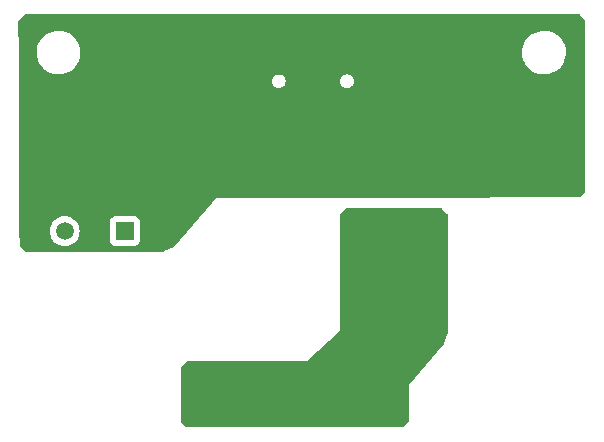
<source format=gbl>
G04 #@! TF.GenerationSoftware,KiCad,Pcbnew,7.0.5*
G04 #@! TF.CreationDate,2024-02-26T21:12:57+02:00*
G04 #@! TF.ProjectId,WTP_receiver,5754505f-7265-4636-9569-7665722e6b69,rev?*
G04 #@! TF.SameCoordinates,Original*
G04 #@! TF.FileFunction,Copper,L2,Bot*
G04 #@! TF.FilePolarity,Positive*
%FSLAX46Y46*%
G04 Gerber Fmt 4.6, Leading zero omitted, Abs format (unit mm)*
G04 Created by KiCad (PCBNEW 7.0.5) date 2024-02-26 21:12:57*
%MOMM*%
%LPD*%
G01*
G04 APERTURE LIST*
G04 #@! TA.AperFunction,ComponentPad*
%ADD10O,0.950000X1.750000*%
G04 #@! TD*
G04 #@! TA.AperFunction,ComponentPad*
%ADD11O,0.950000X2.050000*%
G04 #@! TD*
G04 #@! TA.AperFunction,ComponentPad*
%ADD12R,1.508000X1.508000*%
G04 #@! TD*
G04 #@! TA.AperFunction,ComponentPad*
%ADD13C,1.508000*%
G04 #@! TD*
G04 #@! TA.AperFunction,ViaPad*
%ADD14C,0.685800*%
G04 #@! TD*
G04 APERTURE END LIST*
D10*
X77600000Y-18500000D03*
X86250000Y-18500000D03*
D11*
X77600000Y-22700000D03*
X86250000Y-22700000D03*
D12*
X66000000Y-34873000D03*
D13*
X63460000Y-34873000D03*
X60920000Y-34873000D03*
D14*
X96384000Y-31144000D03*
X97654000Y-27334000D03*
X97654000Y-29874000D03*
X96384000Y-28604000D03*
X100448000Y-31144000D03*
X93590000Y-31144000D03*
X97654000Y-28604000D03*
X96384000Y-23524000D03*
X92320000Y-31144000D03*
X97654000Y-23524000D03*
X96384000Y-29874000D03*
X94860000Y-31144000D03*
X94860000Y-29874000D03*
X100448000Y-29874000D03*
X97654000Y-24794000D03*
X99178000Y-29874000D03*
X97654000Y-26064000D03*
X92320000Y-29874000D03*
X93590000Y-29874000D03*
X96384000Y-27334000D03*
X99178000Y-31144000D03*
X97654000Y-31144000D03*
X96384000Y-26064000D03*
X96384000Y-24794000D03*
X71440000Y-46500000D03*
X87748000Y-36224000D03*
X73980000Y-49040000D03*
X71440000Y-49040000D03*
X87748000Y-33684000D03*
X86478000Y-34954000D03*
X89018000Y-38764000D03*
X87748000Y-34954000D03*
X73980000Y-47770000D03*
X72710000Y-47770000D03*
X71440000Y-50310000D03*
X72710000Y-49040000D03*
X86478000Y-37494000D03*
X89018000Y-36224000D03*
X72710000Y-50310000D03*
X86478000Y-36224000D03*
X89018000Y-33684000D03*
X71440000Y-47770000D03*
X89018000Y-37494000D03*
X86478000Y-38764000D03*
X72710000Y-46500000D03*
X75250000Y-49040000D03*
X89018000Y-34954000D03*
X87748000Y-37494000D03*
X75250000Y-46500000D03*
X73980000Y-46500000D03*
X87748000Y-38764000D03*
X75250000Y-50310000D03*
X75250000Y-47770000D03*
X86478000Y-33684000D03*
X73980000Y-50310000D03*
G04 #@! TA.AperFunction,Conductor*
G36*
X92843931Y-32942002D02*
G01*
X92864899Y-32958899D01*
X93299097Y-33393097D01*
X93333120Y-33455406D01*
X93336000Y-33482189D01*
X93336000Y-43567263D01*
X93328054Y-43611300D01*
X93011239Y-44460590D01*
X92988404Y-44499070D01*
X90034000Y-47908000D01*
X90034000Y-48416000D01*
X90034000Y-48416001D01*
X90034000Y-50931810D01*
X90013998Y-50999931D01*
X89997095Y-51020905D01*
X89562905Y-51455095D01*
X89500593Y-51489121D01*
X89473810Y-51492000D01*
X71310190Y-51492000D01*
X71242069Y-51471998D01*
X71221095Y-51455095D01*
X70786905Y-51020905D01*
X70752879Y-50958593D01*
X70750000Y-50931810D01*
X70750000Y-46440189D01*
X70770002Y-46372068D01*
X70786896Y-46351103D01*
X71221097Y-45916902D01*
X71283407Y-45882879D01*
X71310190Y-45880000D01*
X80890000Y-45880000D01*
X81398000Y-45880000D01*
X84192000Y-43336000D01*
X84192000Y-33482188D01*
X84212002Y-33414068D01*
X84228896Y-33393103D01*
X84663097Y-32958902D01*
X84725407Y-32924879D01*
X84752190Y-32922000D01*
X92775810Y-32922000D01*
X92843931Y-32942002D01*
G37*
G04 #@! TD.AperFunction*
G04 #@! TA.AperFunction,Conductor*
G36*
X104507677Y-16519685D02*
G01*
X104528319Y-16536319D01*
X104963181Y-16971181D01*
X104996666Y-17032504D01*
X104999500Y-17058862D01*
X104999500Y-31441254D01*
X104979815Y-31508293D01*
X104963321Y-31528795D01*
X104528181Y-31965328D01*
X104466912Y-31998911D01*
X104440758Y-32001785D01*
X89349999Y-32049999D01*
X87451839Y-32056063D01*
X74207999Y-32098376D01*
X74207997Y-32098377D01*
X74207996Y-32098377D01*
X73700000Y-32100000D01*
X73369751Y-32486004D01*
X73369751Y-32486005D01*
X70197917Y-36193343D01*
X70155561Y-36225363D01*
X69366687Y-36588632D01*
X69314821Y-36600000D01*
X57659182Y-36600000D01*
X57592143Y-36580315D01*
X57571719Y-36563899D01*
X57133753Y-36128106D01*
X57100116Y-36066866D01*
X57097218Y-36040824D01*
X57091408Y-34873002D01*
X59652677Y-34873002D01*
X59671929Y-35093062D01*
X59671930Y-35093070D01*
X59729104Y-35306445D01*
X59729105Y-35306447D01*
X59729106Y-35306450D01*
X59799400Y-35457197D01*
X59822466Y-35506662D01*
X59822468Y-35506666D01*
X59949170Y-35687615D01*
X59949175Y-35687621D01*
X60105378Y-35843824D01*
X60105384Y-35843829D01*
X60286333Y-35970531D01*
X60286335Y-35970532D01*
X60286338Y-35970534D01*
X60486550Y-36063894D01*
X60699932Y-36121070D01*
X60857123Y-36134822D01*
X60919998Y-36140323D01*
X60920000Y-36140323D01*
X60920002Y-36140323D01*
X60975140Y-36135499D01*
X61140068Y-36121070D01*
X61353450Y-36063894D01*
X61553662Y-35970534D01*
X61734620Y-35843826D01*
X61890826Y-35687620D01*
X61899205Y-35675654D01*
X64737500Y-35675654D01*
X64744011Y-35736202D01*
X64744011Y-35736204D01*
X64795110Y-35873203D01*
X64795111Y-35873204D01*
X64882739Y-35990261D01*
X64999796Y-36077889D01*
X65114949Y-36120839D01*
X65134431Y-36128106D01*
X65136799Y-36128989D01*
X65164050Y-36131918D01*
X65197345Y-36135499D01*
X65197362Y-36135500D01*
X66802638Y-36135500D01*
X66802654Y-36135499D01*
X66829692Y-36132591D01*
X66863201Y-36128989D01*
X66865569Y-36128106D01*
X66884435Y-36121069D01*
X67000204Y-36077889D01*
X67117261Y-35990261D01*
X67204889Y-35873204D01*
X67255989Y-35736201D01*
X67261212Y-35687620D01*
X67262499Y-35675654D01*
X67262500Y-35675637D01*
X67262500Y-34070362D01*
X67262499Y-34070345D01*
X67259157Y-34039270D01*
X67255989Y-34009799D01*
X67204889Y-33872796D01*
X67117261Y-33755739D01*
X67000204Y-33668111D01*
X66863203Y-33617011D01*
X66802654Y-33610500D01*
X66802638Y-33610500D01*
X65197362Y-33610500D01*
X65197345Y-33610500D01*
X65136797Y-33617011D01*
X65136795Y-33617011D01*
X64999795Y-33668111D01*
X64882739Y-33755739D01*
X64795111Y-33872795D01*
X64744011Y-34009795D01*
X64744011Y-34009797D01*
X64737500Y-34070345D01*
X64737500Y-35675654D01*
X61899205Y-35675654D01*
X62017534Y-35506662D01*
X62110894Y-35306450D01*
X62168070Y-35093068D01*
X62187323Y-34873000D01*
X62168070Y-34652932D01*
X62110894Y-34439550D01*
X62017534Y-34239339D01*
X61890826Y-34058380D01*
X61734620Y-33902174D01*
X61734616Y-33902171D01*
X61734615Y-33902170D01*
X61553666Y-33775468D01*
X61553662Y-33775466D01*
X61511357Y-33755739D01*
X61353450Y-33682106D01*
X61353447Y-33682105D01*
X61353445Y-33682104D01*
X61140070Y-33624930D01*
X61140062Y-33624929D01*
X60920002Y-33605677D01*
X60919998Y-33605677D01*
X60699937Y-33624929D01*
X60699929Y-33624930D01*
X60486554Y-33682104D01*
X60486548Y-33682107D01*
X60286340Y-33775465D01*
X60286338Y-33775466D01*
X60105377Y-33902175D01*
X59949175Y-34058377D01*
X59822466Y-34239338D01*
X59822465Y-34239340D01*
X59729107Y-34439548D01*
X59729104Y-34439554D01*
X59671930Y-34652929D01*
X59671929Y-34652937D01*
X59652677Y-34872997D01*
X59652677Y-34873002D01*
X57091408Y-34873002D01*
X57028258Y-22180000D01*
X78454534Y-22180000D01*
X78474312Y-22330234D01*
X78474313Y-22330236D01*
X78532302Y-22470233D01*
X78624549Y-22590451D01*
X78744767Y-22682698D01*
X78884764Y-22740687D01*
X78997280Y-22755500D01*
X78997287Y-22755500D01*
X79072713Y-22755500D01*
X79072720Y-22755500D01*
X79185236Y-22740687D01*
X79325233Y-22682698D01*
X79445451Y-22590451D01*
X79537698Y-22470233D01*
X79595687Y-22330236D01*
X79615466Y-22180000D01*
X84234534Y-22180000D01*
X84254312Y-22330234D01*
X84254313Y-22330236D01*
X84312302Y-22470233D01*
X84404549Y-22590451D01*
X84524767Y-22682698D01*
X84664764Y-22740687D01*
X84777280Y-22755500D01*
X84777287Y-22755500D01*
X84852713Y-22755500D01*
X84852720Y-22755500D01*
X84965236Y-22740687D01*
X85105233Y-22682698D01*
X85225451Y-22590451D01*
X85317698Y-22470233D01*
X85375687Y-22330236D01*
X85395466Y-22180000D01*
X85375687Y-22029764D01*
X85317698Y-21889767D01*
X85225451Y-21769549D01*
X85105233Y-21677302D01*
X85105229Y-21677300D01*
X85041801Y-21651027D01*
X84965236Y-21619313D01*
X84951171Y-21617461D01*
X84852727Y-21604500D01*
X84852720Y-21604500D01*
X84777280Y-21604500D01*
X84777272Y-21604500D01*
X84664764Y-21619313D01*
X84664763Y-21619313D01*
X84524770Y-21677300D01*
X84404549Y-21769549D01*
X84312300Y-21889770D01*
X84254313Y-22029763D01*
X84254312Y-22029765D01*
X84234534Y-22179999D01*
X84234534Y-22180000D01*
X79615466Y-22180000D01*
X79595687Y-22029764D01*
X79537698Y-21889767D01*
X79445451Y-21769549D01*
X79325233Y-21677302D01*
X79325229Y-21677300D01*
X79261801Y-21651027D01*
X79185236Y-21619313D01*
X79171171Y-21617461D01*
X79072727Y-21604500D01*
X79072720Y-21604500D01*
X78997280Y-21604500D01*
X78997272Y-21604500D01*
X78884764Y-21619313D01*
X78884763Y-21619313D01*
X78744770Y-21677300D01*
X78624549Y-21769549D01*
X78532300Y-21889770D01*
X78474313Y-22029763D01*
X78474312Y-22029765D01*
X78454534Y-22179999D01*
X78454534Y-22180000D01*
X57028258Y-22180000D01*
X57016506Y-19817763D01*
X58545787Y-19817763D01*
X58575413Y-20087013D01*
X58575415Y-20087024D01*
X58643926Y-20349082D01*
X58643928Y-20349088D01*
X58749870Y-20598390D01*
X58821998Y-20716575D01*
X58890979Y-20829605D01*
X58890986Y-20829615D01*
X59064253Y-21037819D01*
X59064259Y-21037824D01*
X59265998Y-21218582D01*
X59491910Y-21368044D01*
X59737176Y-21483020D01*
X59737183Y-21483022D01*
X59737185Y-21483023D01*
X59996557Y-21561057D01*
X59996564Y-21561058D01*
X59996569Y-21561060D01*
X60264561Y-21600500D01*
X60264566Y-21600500D01*
X60467629Y-21600500D01*
X60467631Y-21600500D01*
X60467636Y-21600499D01*
X60467648Y-21600499D01*
X60505191Y-21597750D01*
X60670156Y-21585677D01*
X60782758Y-21560593D01*
X60934546Y-21526782D01*
X60934548Y-21526781D01*
X60934553Y-21526780D01*
X61187558Y-21430014D01*
X61423777Y-21297441D01*
X61638177Y-21131888D01*
X61826186Y-20936881D01*
X61983799Y-20716579D01*
X62057787Y-20572669D01*
X62107649Y-20475690D01*
X62107651Y-20475684D01*
X62107656Y-20475675D01*
X62195118Y-20219305D01*
X62244319Y-19952933D01*
X62249259Y-19817763D01*
X99645787Y-19817763D01*
X99675413Y-20087013D01*
X99675415Y-20087024D01*
X99743926Y-20349082D01*
X99743928Y-20349088D01*
X99849870Y-20598390D01*
X99921998Y-20716575D01*
X99990979Y-20829605D01*
X99990986Y-20829615D01*
X100164253Y-21037819D01*
X100164259Y-21037824D01*
X100365998Y-21218582D01*
X100591910Y-21368044D01*
X100837176Y-21483020D01*
X100837183Y-21483022D01*
X100837185Y-21483023D01*
X101096557Y-21561057D01*
X101096564Y-21561058D01*
X101096569Y-21561060D01*
X101364561Y-21600500D01*
X101364566Y-21600500D01*
X101567629Y-21600500D01*
X101567631Y-21600500D01*
X101567636Y-21600499D01*
X101567648Y-21600499D01*
X101605191Y-21597750D01*
X101770156Y-21585677D01*
X101882758Y-21560593D01*
X102034546Y-21526782D01*
X102034548Y-21526781D01*
X102034553Y-21526780D01*
X102287558Y-21430014D01*
X102523777Y-21297441D01*
X102738177Y-21131888D01*
X102926186Y-20936881D01*
X103083799Y-20716579D01*
X103157787Y-20572669D01*
X103207649Y-20475690D01*
X103207651Y-20475684D01*
X103207656Y-20475675D01*
X103295118Y-20219305D01*
X103344319Y-19952933D01*
X103354212Y-19682235D01*
X103324586Y-19412982D01*
X103256072Y-19150912D01*
X103150130Y-18901610D01*
X103009018Y-18670390D01*
X102919747Y-18563119D01*
X102835746Y-18462180D01*
X102835740Y-18462175D01*
X102634002Y-18281418D01*
X102408092Y-18131957D01*
X102408090Y-18131956D01*
X102162824Y-18016980D01*
X102162819Y-18016978D01*
X102162814Y-18016976D01*
X101903442Y-17938942D01*
X101903428Y-17938939D01*
X101787791Y-17921921D01*
X101635439Y-17899500D01*
X101432369Y-17899500D01*
X101432351Y-17899500D01*
X101229844Y-17914323D01*
X101229831Y-17914325D01*
X100965453Y-17973217D01*
X100965446Y-17973220D01*
X100712439Y-18069987D01*
X100476226Y-18202557D01*
X100261822Y-18368112D01*
X100073822Y-18563109D01*
X100073816Y-18563116D01*
X99916202Y-18783419D01*
X99916199Y-18783424D01*
X99792350Y-19024309D01*
X99792343Y-19024327D01*
X99704884Y-19280685D01*
X99704881Y-19280699D01*
X99655681Y-19547068D01*
X99655680Y-19547075D01*
X99645787Y-19817763D01*
X62249259Y-19817763D01*
X62254212Y-19682235D01*
X62224586Y-19412982D01*
X62156072Y-19150912D01*
X62050130Y-18901610D01*
X61909018Y-18670390D01*
X61819747Y-18563119D01*
X61735746Y-18462180D01*
X61735740Y-18462175D01*
X61534002Y-18281418D01*
X61308092Y-18131957D01*
X61308090Y-18131956D01*
X61062824Y-18016980D01*
X61062819Y-18016978D01*
X61062814Y-18016976D01*
X60803442Y-17938942D01*
X60803428Y-17938939D01*
X60687791Y-17921921D01*
X60535439Y-17899500D01*
X60332369Y-17899500D01*
X60332351Y-17899500D01*
X60129844Y-17914323D01*
X60129831Y-17914325D01*
X59865453Y-17973217D01*
X59865446Y-17973220D01*
X59612439Y-18069987D01*
X59376226Y-18202557D01*
X59161822Y-18368112D01*
X58973822Y-18563109D01*
X58973816Y-18563116D01*
X58816202Y-18783419D01*
X58816199Y-18783424D01*
X58692350Y-19024309D01*
X58692343Y-19024327D01*
X58604884Y-19280685D01*
X58604881Y-19280699D01*
X58555681Y-19547068D01*
X58555680Y-19547075D01*
X58545787Y-19817763D01*
X57016506Y-19817763D01*
X57002783Y-17059535D01*
X57022133Y-16992400D01*
X57038879Y-16971460D01*
X57471644Y-16536536D01*
X57532884Y-16502900D01*
X57559543Y-16500000D01*
X104440638Y-16500000D01*
X104507677Y-16519685D01*
G37*
G04 #@! TD.AperFunction*
M02*

</source>
